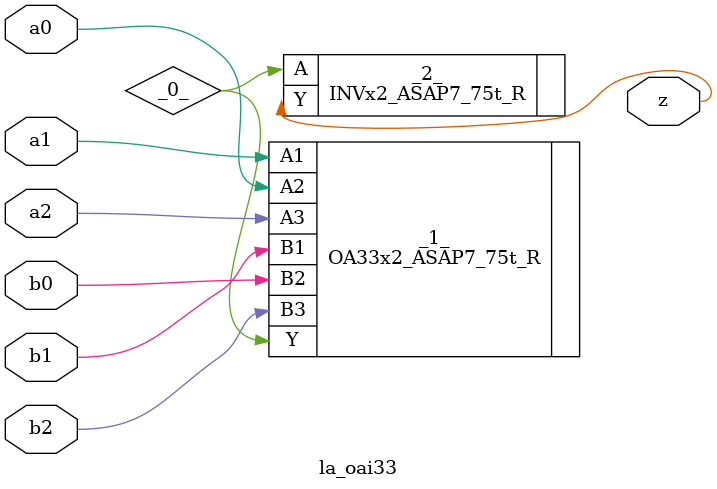
<source format=v>

/* Generated by Yosys 0.37 (git sha1 a5c7f69ed, clang 14.0.0-1ubuntu1.1 -fPIC -Os) */

module la_oai33(a0, a1, a2, b0, b1, b2, z);
  wire _0_;
  input a0;
  wire a0;
  input a1;
  wire a1;
  input a2;
  wire a2;
  input b0;
  wire b0;
  input b1;
  wire b1;
  input b2;
  wire b2;
  output z;
  wire z;
  OA33x2_ASAP7_75t_R _1_ (
    .A1(a1),
    .A2(a0),
    .A3(a2),
    .B1(b1),
    .B2(b0),
    .B3(b2),
    .Y(_0_)
  );
  INVx2_ASAP7_75t_R _2_ (
    .A(_0_),
    .Y(z)
  );
endmodule

</source>
